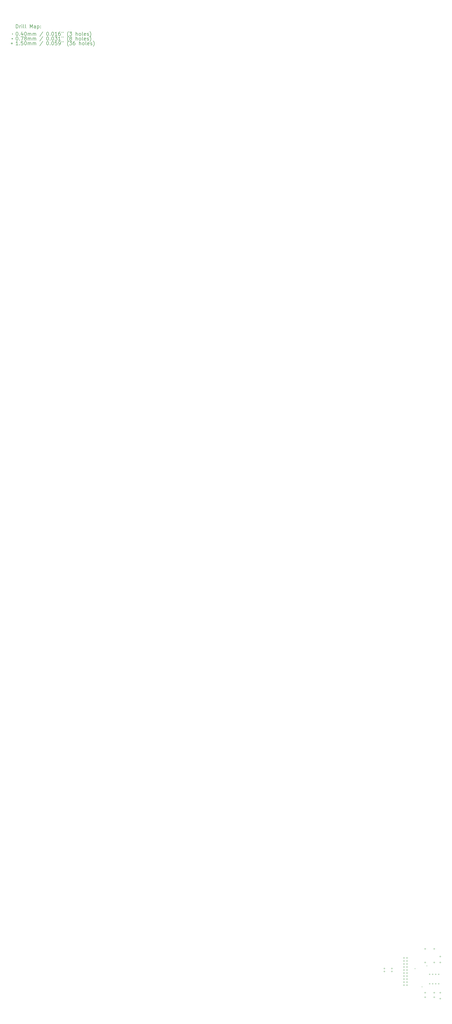
<source format=gbr>
%FSLAX45Y45*%
G04 Gerber Fmt 4.5, Leading zero omitted, Abs format (unit mm)*
G04 Created by KiCad (PCBNEW (5.1.9)-1) date 2021-04-30 18:01:18*
%MOMM*%
%LPD*%
G01*
G04 APERTURE LIST*
%ADD10C,0.200000*%
%ADD11C,0.300000*%
G04 APERTURE END LIST*
D10*
X4211000Y3432300D02*
X4251000Y3392300D01*
X4251000Y3432300D02*
X4211000Y3392300D01*
X4801500Y1908000D02*
X4841500Y1868000D01*
X4841500Y1908000D02*
X4801500Y1868000D01*
X5206500Y3668800D02*
X5246500Y3628800D01*
X5246500Y3668800D02*
X5206500Y3628800D01*
X5500000Y2937000D02*
G75*
G03*
X5500000Y2937000I-39000J0D01*
G01*
X5500000Y2143000D02*
G75*
G03*
X5500000Y2143000I-39000J0D01*
G01*
X5754000Y2937000D02*
G75*
G03*
X5754000Y2937000I-39000J0D01*
G01*
X5754000Y2143000D02*
G75*
G03*
X5754000Y2143000I-39000J0D01*
G01*
X6008000Y2937000D02*
G75*
G03*
X6008000Y2937000I-39000J0D01*
G01*
X6008000Y2143000D02*
G75*
G03*
X6008000Y2143000I-39000J0D01*
G01*
X6262000Y2937000D02*
G75*
G03*
X6262000Y2937000I-39000J0D01*
G01*
X6262000Y2143000D02*
G75*
G03*
X6262000Y2143000I-39000J0D01*
G01*
X1651000Y3504000D02*
X1651000Y3354000D01*
X1576000Y3429000D02*
X1726000Y3429000D01*
X1651000Y3254000D02*
X1651000Y3104000D01*
X1576000Y3179000D02*
X1726000Y3179000D01*
X2286000Y3504000D02*
X2286000Y3354000D01*
X2211000Y3429000D02*
X2361000Y3429000D01*
X2286000Y3254000D02*
X2286000Y3104000D01*
X2211000Y3179000D02*
X2361000Y3179000D01*
X3302000Y4393000D02*
X3302000Y4243000D01*
X3227000Y4318000D02*
X3377000Y4318000D01*
X3302000Y4139000D02*
X3302000Y3989000D01*
X3227000Y4064000D02*
X3377000Y4064000D01*
X3302000Y3885000D02*
X3302000Y3735000D01*
X3227000Y3810000D02*
X3377000Y3810000D01*
X3302000Y3631000D02*
X3302000Y3481000D01*
X3227000Y3556000D02*
X3377000Y3556000D01*
X3302000Y3377000D02*
X3302000Y3227000D01*
X3227000Y3302000D02*
X3377000Y3302000D01*
X3302000Y3123000D02*
X3302000Y2973000D01*
X3227000Y3048000D02*
X3377000Y3048000D01*
X3302000Y2869000D02*
X3302000Y2719000D01*
X3227000Y2794000D02*
X3377000Y2794000D01*
X3302000Y2615000D02*
X3302000Y2465000D01*
X3227000Y2540000D02*
X3377000Y2540000D01*
X3302000Y2361000D02*
X3302000Y2211000D01*
X3227000Y2286000D02*
X3377000Y2286000D01*
X3302000Y2107000D02*
X3302000Y1957000D01*
X3227000Y2032000D02*
X3377000Y2032000D01*
X3556000Y4393000D02*
X3556000Y4243000D01*
X3481000Y4318000D02*
X3631000Y4318000D01*
X3556000Y4139000D02*
X3556000Y3989000D01*
X3481000Y4064000D02*
X3631000Y4064000D01*
X3556000Y3885000D02*
X3556000Y3735000D01*
X3481000Y3810000D02*
X3631000Y3810000D01*
X3556000Y3631000D02*
X3556000Y3481000D01*
X3481000Y3556000D02*
X3631000Y3556000D01*
X3556000Y3377000D02*
X3556000Y3227000D01*
X3481000Y3302000D02*
X3631000Y3302000D01*
X3556000Y3123000D02*
X3556000Y2973000D01*
X3481000Y3048000D02*
X3631000Y3048000D01*
X3556000Y2869000D02*
X3556000Y2719000D01*
X3481000Y2794000D02*
X3631000Y2794000D01*
X3556000Y2615000D02*
X3556000Y2465000D01*
X3481000Y2540000D02*
X3631000Y2540000D01*
X3556000Y2361000D02*
X3556000Y2211000D01*
X3481000Y2286000D02*
X3631000Y2286000D01*
X3556000Y2107000D02*
X3556000Y1957000D01*
X3481000Y2032000D02*
X3631000Y2032000D01*
X5080000Y5155000D02*
X5080000Y5005000D01*
X5005000Y5080000D02*
X5155000Y5080000D01*
X5080000Y4012000D02*
X5080000Y3862000D01*
X5005000Y3937000D02*
X5155000Y3937000D01*
X5080000Y1472000D02*
X5080000Y1322000D01*
X5005000Y1397000D02*
X5155000Y1397000D01*
X5080000Y1091000D02*
X5080000Y941000D01*
X5005000Y1016000D02*
X5155000Y1016000D01*
X5842000Y5155000D02*
X5842000Y5005000D01*
X5767000Y5080000D02*
X5917000Y5080000D01*
X5842000Y4012000D02*
X5842000Y3862000D01*
X5767000Y3937000D02*
X5917000Y3937000D01*
X5842000Y1472000D02*
X5842000Y1322000D01*
X5767000Y1397000D02*
X5917000Y1397000D01*
X5842000Y1091000D02*
X5842000Y941000D01*
X5767000Y1016000D02*
X5917000Y1016000D01*
X6350000Y4512000D02*
X6350000Y4362000D01*
X6275000Y4437000D02*
X6425000Y4437000D01*
X6350000Y4012000D02*
X6350000Y3862000D01*
X6275000Y3937000D02*
X6425000Y3937000D01*
X6350000Y1472000D02*
X6350000Y1322000D01*
X6275000Y1397000D02*
X6425000Y1397000D01*
X6350000Y972000D02*
X6350000Y822000D01*
X6275000Y897000D02*
X6425000Y897000D01*
D11*
X-29304571Y82465286D02*
X-29304571Y82765286D01*
X-29233143Y82765286D01*
X-29190286Y82751000D01*
X-29161714Y82722429D01*
X-29147429Y82693857D01*
X-29133143Y82636714D01*
X-29133143Y82593857D01*
X-29147429Y82536714D01*
X-29161714Y82508143D01*
X-29190286Y82479572D01*
X-29233143Y82465286D01*
X-29304571Y82465286D01*
X-29004571Y82465286D02*
X-29004571Y82665286D01*
X-29004571Y82608143D02*
X-28990286Y82636714D01*
X-28976000Y82651000D01*
X-28947429Y82665286D01*
X-28918857Y82665286D01*
X-28818857Y82465286D02*
X-28818857Y82665286D01*
X-28818857Y82765286D02*
X-28833143Y82751000D01*
X-28818857Y82736714D01*
X-28804571Y82751000D01*
X-28818857Y82765286D01*
X-28818857Y82736714D01*
X-28633143Y82465286D02*
X-28661714Y82479572D01*
X-28676000Y82508143D01*
X-28676000Y82765286D01*
X-28476000Y82465286D02*
X-28504571Y82479572D01*
X-28518857Y82508143D01*
X-28518857Y82765286D01*
X-28133143Y82465286D02*
X-28133143Y82765286D01*
X-28033143Y82551000D01*
X-27933143Y82765286D01*
X-27933143Y82465286D01*
X-27661714Y82465286D02*
X-27661714Y82622429D01*
X-27676000Y82651000D01*
X-27704571Y82665286D01*
X-27761714Y82665286D01*
X-27790286Y82651000D01*
X-27661714Y82479572D02*
X-27690286Y82465286D01*
X-27761714Y82465286D01*
X-27790286Y82479572D01*
X-27804571Y82508143D01*
X-27804571Y82536714D01*
X-27790286Y82565286D01*
X-27761714Y82579572D01*
X-27690286Y82579572D01*
X-27661714Y82593857D01*
X-27518857Y82665286D02*
X-27518857Y82365286D01*
X-27518857Y82651000D02*
X-27490286Y82665286D01*
X-27433143Y82665286D01*
X-27404571Y82651000D01*
X-27390286Y82636714D01*
X-27376000Y82608143D01*
X-27376000Y82522429D01*
X-27390286Y82493857D01*
X-27404571Y82479572D01*
X-27433143Y82465286D01*
X-27490286Y82465286D01*
X-27518857Y82479572D01*
X-27247429Y82493857D02*
X-27233143Y82479572D01*
X-27247429Y82465286D01*
X-27261714Y82479572D01*
X-27247429Y82493857D01*
X-27247429Y82465286D01*
X-27247429Y82651000D02*
X-27233143Y82636714D01*
X-27247429Y82622429D01*
X-27261714Y82636714D01*
X-27247429Y82651000D01*
X-27247429Y82622429D01*
X-29631000Y81991000D02*
X-29591000Y81951000D01*
X-29591000Y81991000D02*
X-29631000Y81951000D01*
X-29247429Y82135286D02*
X-29218857Y82135286D01*
X-29190286Y82121000D01*
X-29176000Y82106714D01*
X-29161714Y82078143D01*
X-29147429Y82021000D01*
X-29147429Y81949572D01*
X-29161714Y81892429D01*
X-29176000Y81863857D01*
X-29190286Y81849572D01*
X-29218857Y81835286D01*
X-29247429Y81835286D01*
X-29276000Y81849572D01*
X-29290286Y81863857D01*
X-29304571Y81892429D01*
X-29318857Y81949572D01*
X-29318857Y82021000D01*
X-29304571Y82078143D01*
X-29290286Y82106714D01*
X-29276000Y82121000D01*
X-29247429Y82135286D01*
X-29018857Y81863857D02*
X-29004571Y81849572D01*
X-29018857Y81835286D01*
X-29033143Y81849572D01*
X-29018857Y81863857D01*
X-29018857Y81835286D01*
X-28747429Y82035286D02*
X-28747429Y81835286D01*
X-28818857Y82149572D02*
X-28890286Y81935286D01*
X-28704571Y81935286D01*
X-28533143Y82135286D02*
X-28504571Y82135286D01*
X-28476000Y82121000D01*
X-28461714Y82106714D01*
X-28447429Y82078143D01*
X-28433143Y82021000D01*
X-28433143Y81949572D01*
X-28447429Y81892429D01*
X-28461714Y81863857D01*
X-28476000Y81849572D01*
X-28504571Y81835286D01*
X-28533143Y81835286D01*
X-28561714Y81849572D01*
X-28576000Y81863857D01*
X-28590286Y81892429D01*
X-28604571Y81949572D01*
X-28604571Y82021000D01*
X-28590286Y82078143D01*
X-28576000Y82106714D01*
X-28561714Y82121000D01*
X-28533143Y82135286D01*
X-28304571Y81835286D02*
X-28304571Y82035286D01*
X-28304571Y82006714D02*
X-28290286Y82021000D01*
X-28261714Y82035286D01*
X-28218857Y82035286D01*
X-28190286Y82021000D01*
X-28176000Y81992429D01*
X-28176000Y81835286D01*
X-28176000Y81992429D02*
X-28161714Y82021000D01*
X-28133143Y82035286D01*
X-28090286Y82035286D01*
X-28061714Y82021000D01*
X-28047429Y81992429D01*
X-28047429Y81835286D01*
X-27904571Y81835286D02*
X-27904571Y82035286D01*
X-27904571Y82006714D02*
X-27890286Y82021000D01*
X-27861714Y82035286D01*
X-27818857Y82035286D01*
X-27790286Y82021000D01*
X-27776000Y81992429D01*
X-27776000Y81835286D01*
X-27776000Y81992429D02*
X-27761714Y82021000D01*
X-27733143Y82035286D01*
X-27690286Y82035286D01*
X-27661714Y82021000D01*
X-27647429Y81992429D01*
X-27647429Y81835286D01*
X-27061714Y82149572D02*
X-27318857Y81763857D01*
X-26676000Y82135286D02*
X-26647429Y82135286D01*
X-26618857Y82121000D01*
X-26604571Y82106714D01*
X-26590286Y82078143D01*
X-26576000Y82021000D01*
X-26576000Y81949572D01*
X-26590286Y81892429D01*
X-26604571Y81863857D01*
X-26618857Y81849572D01*
X-26647429Y81835286D01*
X-26676000Y81835286D01*
X-26704571Y81849572D01*
X-26718857Y81863857D01*
X-26733143Y81892429D01*
X-26747429Y81949572D01*
X-26747429Y82021000D01*
X-26733143Y82078143D01*
X-26718857Y82106714D01*
X-26704571Y82121000D01*
X-26676000Y82135286D01*
X-26447429Y81863857D02*
X-26433143Y81849572D01*
X-26447429Y81835286D01*
X-26461714Y81849572D01*
X-26447429Y81863857D01*
X-26447429Y81835286D01*
X-26247429Y82135286D02*
X-26218857Y82135286D01*
X-26190286Y82121000D01*
X-26176000Y82106714D01*
X-26161714Y82078143D01*
X-26147429Y82021000D01*
X-26147429Y81949572D01*
X-26161714Y81892429D01*
X-26176000Y81863857D01*
X-26190286Y81849572D01*
X-26218857Y81835286D01*
X-26247429Y81835286D01*
X-26276000Y81849572D01*
X-26290286Y81863857D01*
X-26304571Y81892429D01*
X-26318857Y81949572D01*
X-26318857Y82021000D01*
X-26304571Y82078143D01*
X-26290286Y82106714D01*
X-26276000Y82121000D01*
X-26247429Y82135286D01*
X-25861714Y81835286D02*
X-26033143Y81835286D01*
X-25947429Y81835286D02*
X-25947429Y82135286D01*
X-25976000Y82092429D01*
X-26004571Y82063857D01*
X-26033143Y82049572D01*
X-25604571Y82135286D02*
X-25661714Y82135286D01*
X-25690286Y82121000D01*
X-25704571Y82106714D01*
X-25733143Y82063857D01*
X-25747429Y82006714D01*
X-25747429Y81892429D01*
X-25733143Y81863857D01*
X-25718857Y81849572D01*
X-25690286Y81835286D01*
X-25633143Y81835286D01*
X-25604571Y81849572D01*
X-25590286Y81863857D01*
X-25576000Y81892429D01*
X-25576000Y81963857D01*
X-25590286Y81992429D01*
X-25604571Y82006714D01*
X-25633143Y82021000D01*
X-25690286Y82021000D01*
X-25718857Y82006714D01*
X-25733143Y81992429D01*
X-25747429Y81963857D01*
X-25461714Y82135286D02*
X-25461714Y82078143D01*
X-25347429Y82135286D02*
X-25347429Y82078143D01*
X-24904571Y81721000D02*
X-24918857Y81735286D01*
X-24947429Y81778143D01*
X-24961714Y81806714D01*
X-24976000Y81849572D01*
X-24990286Y81921000D01*
X-24990286Y81978143D01*
X-24976000Y82049572D01*
X-24961714Y82092429D01*
X-24947429Y82121000D01*
X-24918857Y82163857D01*
X-24904571Y82178143D01*
X-24818857Y82135286D02*
X-24633143Y82135286D01*
X-24733143Y82021000D01*
X-24690286Y82021000D01*
X-24661714Y82006714D01*
X-24647429Y81992429D01*
X-24633143Y81963857D01*
X-24633143Y81892429D01*
X-24647429Y81863857D01*
X-24661714Y81849572D01*
X-24690286Y81835286D01*
X-24776000Y81835286D01*
X-24804571Y81849572D01*
X-24818857Y81863857D01*
X-24276000Y81835286D02*
X-24276000Y82135286D01*
X-24147429Y81835286D02*
X-24147429Y81992429D01*
X-24161714Y82021000D01*
X-24190286Y82035286D01*
X-24233143Y82035286D01*
X-24261714Y82021000D01*
X-24276000Y82006714D01*
X-23961714Y81835286D02*
X-23990286Y81849572D01*
X-24004571Y81863857D01*
X-24018857Y81892429D01*
X-24018857Y81978143D01*
X-24004571Y82006714D01*
X-23990286Y82021000D01*
X-23961714Y82035286D01*
X-23918857Y82035286D01*
X-23890286Y82021000D01*
X-23876000Y82006714D01*
X-23861714Y81978143D01*
X-23861714Y81892429D01*
X-23876000Y81863857D01*
X-23890286Y81849572D01*
X-23918857Y81835286D01*
X-23961714Y81835286D01*
X-23690286Y81835286D02*
X-23718857Y81849572D01*
X-23733143Y81878143D01*
X-23733143Y82135286D01*
X-23461714Y81849572D02*
X-23490286Y81835286D01*
X-23547429Y81835286D01*
X-23576000Y81849572D01*
X-23590286Y81878143D01*
X-23590286Y81992429D01*
X-23576000Y82021000D01*
X-23547429Y82035286D01*
X-23490286Y82035286D01*
X-23461714Y82021000D01*
X-23447429Y81992429D01*
X-23447429Y81963857D01*
X-23590286Y81935286D01*
X-23333143Y81849572D02*
X-23304571Y81835286D01*
X-23247429Y81835286D01*
X-23218857Y81849572D01*
X-23204571Y81878143D01*
X-23204571Y81892429D01*
X-23218857Y81921000D01*
X-23247429Y81935286D01*
X-23290286Y81935286D01*
X-23318857Y81949572D01*
X-23333143Y81978143D01*
X-23333143Y81992429D01*
X-23318857Y82021000D01*
X-23290286Y82035286D01*
X-23247429Y82035286D01*
X-23218857Y82021000D01*
X-23104571Y81721000D02*
X-23090286Y81735286D01*
X-23061714Y81778143D01*
X-23047429Y81806714D01*
X-23033143Y81849572D01*
X-23018857Y81921000D01*
X-23018857Y81978143D01*
X-23033143Y82049572D01*
X-23047429Y82092429D01*
X-23061714Y82121000D01*
X-23090286Y82163857D01*
X-23104571Y82178143D01*
X-29591000Y81575000D02*
G75*
G03*
X-29591000Y81575000I-39000J0D01*
G01*
X-29247429Y81739286D02*
X-29218857Y81739286D01*
X-29190286Y81725000D01*
X-29176000Y81710714D01*
X-29161714Y81682143D01*
X-29147429Y81625000D01*
X-29147429Y81553572D01*
X-29161714Y81496429D01*
X-29176000Y81467857D01*
X-29190286Y81453572D01*
X-29218857Y81439286D01*
X-29247429Y81439286D01*
X-29276000Y81453572D01*
X-29290286Y81467857D01*
X-29304571Y81496429D01*
X-29318857Y81553572D01*
X-29318857Y81625000D01*
X-29304571Y81682143D01*
X-29290286Y81710714D01*
X-29276000Y81725000D01*
X-29247429Y81739286D01*
X-29018857Y81467857D02*
X-29004571Y81453572D01*
X-29018857Y81439286D01*
X-29033143Y81453572D01*
X-29018857Y81467857D01*
X-29018857Y81439286D01*
X-28904571Y81739286D02*
X-28704571Y81739286D01*
X-28833143Y81439286D01*
X-28547429Y81610714D02*
X-28576000Y81625000D01*
X-28590286Y81639286D01*
X-28604571Y81667857D01*
X-28604571Y81682143D01*
X-28590286Y81710714D01*
X-28576000Y81725000D01*
X-28547429Y81739286D01*
X-28490286Y81739286D01*
X-28461714Y81725000D01*
X-28447429Y81710714D01*
X-28433143Y81682143D01*
X-28433143Y81667857D01*
X-28447429Y81639286D01*
X-28461714Y81625000D01*
X-28490286Y81610714D01*
X-28547429Y81610714D01*
X-28576000Y81596429D01*
X-28590286Y81582143D01*
X-28604571Y81553572D01*
X-28604571Y81496429D01*
X-28590286Y81467857D01*
X-28576000Y81453572D01*
X-28547429Y81439286D01*
X-28490286Y81439286D01*
X-28461714Y81453572D01*
X-28447429Y81467857D01*
X-28433143Y81496429D01*
X-28433143Y81553572D01*
X-28447429Y81582143D01*
X-28461714Y81596429D01*
X-28490286Y81610714D01*
X-28304571Y81439286D02*
X-28304571Y81639286D01*
X-28304571Y81610714D02*
X-28290286Y81625000D01*
X-28261714Y81639286D01*
X-28218857Y81639286D01*
X-28190286Y81625000D01*
X-28176000Y81596429D01*
X-28176000Y81439286D01*
X-28176000Y81596429D02*
X-28161714Y81625000D01*
X-28133143Y81639286D01*
X-28090286Y81639286D01*
X-28061714Y81625000D01*
X-28047429Y81596429D01*
X-28047429Y81439286D01*
X-27904571Y81439286D02*
X-27904571Y81639286D01*
X-27904571Y81610714D02*
X-27890286Y81625000D01*
X-27861714Y81639286D01*
X-27818857Y81639286D01*
X-27790286Y81625000D01*
X-27776000Y81596429D01*
X-27776000Y81439286D01*
X-27776000Y81596429D02*
X-27761714Y81625000D01*
X-27733143Y81639286D01*
X-27690286Y81639286D01*
X-27661714Y81625000D01*
X-27647429Y81596429D01*
X-27647429Y81439286D01*
X-27061714Y81753572D02*
X-27318857Y81367857D01*
X-26676000Y81739286D02*
X-26647429Y81739286D01*
X-26618857Y81725000D01*
X-26604571Y81710714D01*
X-26590286Y81682143D01*
X-26576000Y81625000D01*
X-26576000Y81553572D01*
X-26590286Y81496429D01*
X-26604571Y81467857D01*
X-26618857Y81453572D01*
X-26647429Y81439286D01*
X-26676000Y81439286D01*
X-26704571Y81453572D01*
X-26718857Y81467857D01*
X-26733143Y81496429D01*
X-26747429Y81553572D01*
X-26747429Y81625000D01*
X-26733143Y81682143D01*
X-26718857Y81710714D01*
X-26704571Y81725000D01*
X-26676000Y81739286D01*
X-26447429Y81467857D02*
X-26433143Y81453572D01*
X-26447429Y81439286D01*
X-26461714Y81453572D01*
X-26447429Y81467857D01*
X-26447429Y81439286D01*
X-26247429Y81739286D02*
X-26218857Y81739286D01*
X-26190286Y81725000D01*
X-26176000Y81710714D01*
X-26161714Y81682143D01*
X-26147429Y81625000D01*
X-26147429Y81553572D01*
X-26161714Y81496429D01*
X-26176000Y81467857D01*
X-26190286Y81453572D01*
X-26218857Y81439286D01*
X-26247429Y81439286D01*
X-26276000Y81453572D01*
X-26290286Y81467857D01*
X-26304571Y81496429D01*
X-26318857Y81553572D01*
X-26318857Y81625000D01*
X-26304571Y81682143D01*
X-26290286Y81710714D01*
X-26276000Y81725000D01*
X-26247429Y81739286D01*
X-26047429Y81739286D02*
X-25861714Y81739286D01*
X-25961714Y81625000D01*
X-25918857Y81625000D01*
X-25890286Y81610714D01*
X-25876000Y81596429D01*
X-25861714Y81567857D01*
X-25861714Y81496429D01*
X-25876000Y81467857D01*
X-25890286Y81453572D01*
X-25918857Y81439286D01*
X-26004571Y81439286D01*
X-26033143Y81453572D01*
X-26047429Y81467857D01*
X-25576000Y81439286D02*
X-25747429Y81439286D01*
X-25661714Y81439286D02*
X-25661714Y81739286D01*
X-25690286Y81696429D01*
X-25718857Y81667857D01*
X-25747429Y81653572D01*
X-25461714Y81739286D02*
X-25461714Y81682143D01*
X-25347429Y81739286D02*
X-25347429Y81682143D01*
X-24904571Y81325000D02*
X-24918857Y81339286D01*
X-24947429Y81382143D01*
X-24961714Y81410714D01*
X-24976000Y81453572D01*
X-24990286Y81525000D01*
X-24990286Y81582143D01*
X-24976000Y81653572D01*
X-24961714Y81696429D01*
X-24947429Y81725000D01*
X-24918857Y81767857D01*
X-24904571Y81782143D01*
X-24747429Y81610714D02*
X-24776000Y81625000D01*
X-24790286Y81639286D01*
X-24804571Y81667857D01*
X-24804571Y81682143D01*
X-24790286Y81710714D01*
X-24776000Y81725000D01*
X-24747429Y81739286D01*
X-24690286Y81739286D01*
X-24661714Y81725000D01*
X-24647429Y81710714D01*
X-24633143Y81682143D01*
X-24633143Y81667857D01*
X-24647429Y81639286D01*
X-24661714Y81625000D01*
X-24690286Y81610714D01*
X-24747429Y81610714D01*
X-24776000Y81596429D01*
X-24790286Y81582143D01*
X-24804571Y81553572D01*
X-24804571Y81496429D01*
X-24790286Y81467857D01*
X-24776000Y81453572D01*
X-24747429Y81439286D01*
X-24690286Y81439286D01*
X-24661714Y81453572D01*
X-24647429Y81467857D01*
X-24633143Y81496429D01*
X-24633143Y81553572D01*
X-24647429Y81582143D01*
X-24661714Y81596429D01*
X-24690286Y81610714D01*
X-24276000Y81439286D02*
X-24276000Y81739286D01*
X-24147429Y81439286D02*
X-24147429Y81596429D01*
X-24161714Y81625000D01*
X-24190286Y81639286D01*
X-24233143Y81639286D01*
X-24261714Y81625000D01*
X-24276000Y81610714D01*
X-23961714Y81439286D02*
X-23990286Y81453572D01*
X-24004571Y81467857D01*
X-24018857Y81496429D01*
X-24018857Y81582143D01*
X-24004571Y81610714D01*
X-23990286Y81625000D01*
X-23961714Y81639286D01*
X-23918857Y81639286D01*
X-23890286Y81625000D01*
X-23876000Y81610714D01*
X-23861714Y81582143D01*
X-23861714Y81496429D01*
X-23876000Y81467857D01*
X-23890286Y81453572D01*
X-23918857Y81439286D01*
X-23961714Y81439286D01*
X-23690286Y81439286D02*
X-23718857Y81453572D01*
X-23733143Y81482143D01*
X-23733143Y81739286D01*
X-23461714Y81453572D02*
X-23490286Y81439286D01*
X-23547429Y81439286D01*
X-23576000Y81453572D01*
X-23590286Y81482143D01*
X-23590286Y81596429D01*
X-23576000Y81625000D01*
X-23547429Y81639286D01*
X-23490286Y81639286D01*
X-23461714Y81625000D01*
X-23447429Y81596429D01*
X-23447429Y81567857D01*
X-23590286Y81539286D01*
X-23333143Y81453572D02*
X-23304571Y81439286D01*
X-23247429Y81439286D01*
X-23218857Y81453572D01*
X-23204571Y81482143D01*
X-23204571Y81496429D01*
X-23218857Y81525000D01*
X-23247429Y81539286D01*
X-23290286Y81539286D01*
X-23318857Y81553572D01*
X-23333143Y81582143D01*
X-23333143Y81596429D01*
X-23318857Y81625000D01*
X-23290286Y81639286D01*
X-23247429Y81639286D01*
X-23218857Y81625000D01*
X-23104571Y81325000D02*
X-23090286Y81339286D01*
X-23061714Y81382143D01*
X-23047429Y81410714D01*
X-23033143Y81453572D01*
X-23018857Y81525000D01*
X-23018857Y81582143D01*
X-23033143Y81653572D01*
X-23047429Y81696429D01*
X-23061714Y81725000D01*
X-23090286Y81767857D01*
X-23104571Y81782143D01*
X-29666000Y81254000D02*
X-29666000Y81104000D01*
X-29741000Y81179000D02*
X-29591000Y81179000D01*
X-29147429Y81043286D02*
X-29318857Y81043286D01*
X-29233143Y81043286D02*
X-29233143Y81343286D01*
X-29261714Y81300429D01*
X-29290286Y81271857D01*
X-29318857Y81257572D01*
X-29018857Y81071857D02*
X-29004571Y81057572D01*
X-29018857Y81043286D01*
X-29033143Y81057572D01*
X-29018857Y81071857D01*
X-29018857Y81043286D01*
X-28733143Y81343286D02*
X-28876000Y81343286D01*
X-28890286Y81200429D01*
X-28876000Y81214714D01*
X-28847429Y81229000D01*
X-28776000Y81229000D01*
X-28747429Y81214714D01*
X-28733143Y81200429D01*
X-28718857Y81171857D01*
X-28718857Y81100429D01*
X-28733143Y81071857D01*
X-28747429Y81057572D01*
X-28776000Y81043286D01*
X-28847429Y81043286D01*
X-28876000Y81057572D01*
X-28890286Y81071857D01*
X-28533143Y81343286D02*
X-28504571Y81343286D01*
X-28476000Y81329000D01*
X-28461714Y81314714D01*
X-28447429Y81286143D01*
X-28433143Y81229000D01*
X-28433143Y81157572D01*
X-28447429Y81100429D01*
X-28461714Y81071857D01*
X-28476000Y81057572D01*
X-28504571Y81043286D01*
X-28533143Y81043286D01*
X-28561714Y81057572D01*
X-28576000Y81071857D01*
X-28590286Y81100429D01*
X-28604571Y81157572D01*
X-28604571Y81229000D01*
X-28590286Y81286143D01*
X-28576000Y81314714D01*
X-28561714Y81329000D01*
X-28533143Y81343286D01*
X-28304571Y81043286D02*
X-28304571Y81243286D01*
X-28304571Y81214714D02*
X-28290286Y81229000D01*
X-28261714Y81243286D01*
X-28218857Y81243286D01*
X-28190286Y81229000D01*
X-28176000Y81200429D01*
X-28176000Y81043286D01*
X-28176000Y81200429D02*
X-28161714Y81229000D01*
X-28133143Y81243286D01*
X-28090286Y81243286D01*
X-28061714Y81229000D01*
X-28047429Y81200429D01*
X-28047429Y81043286D01*
X-27904571Y81043286D02*
X-27904571Y81243286D01*
X-27904571Y81214714D02*
X-27890286Y81229000D01*
X-27861714Y81243286D01*
X-27818857Y81243286D01*
X-27790286Y81229000D01*
X-27776000Y81200429D01*
X-27776000Y81043286D01*
X-27776000Y81200429D02*
X-27761714Y81229000D01*
X-27733143Y81243286D01*
X-27690286Y81243286D01*
X-27661714Y81229000D01*
X-27647429Y81200429D01*
X-27647429Y81043286D01*
X-27061714Y81357572D02*
X-27318857Y80971857D01*
X-26676000Y81343286D02*
X-26647429Y81343286D01*
X-26618857Y81329000D01*
X-26604571Y81314714D01*
X-26590286Y81286143D01*
X-26576000Y81229000D01*
X-26576000Y81157572D01*
X-26590286Y81100429D01*
X-26604571Y81071857D01*
X-26618857Y81057572D01*
X-26647429Y81043286D01*
X-26676000Y81043286D01*
X-26704571Y81057572D01*
X-26718857Y81071857D01*
X-26733143Y81100429D01*
X-26747429Y81157572D01*
X-26747429Y81229000D01*
X-26733143Y81286143D01*
X-26718857Y81314714D01*
X-26704571Y81329000D01*
X-26676000Y81343286D01*
X-26447429Y81071857D02*
X-26433143Y81057572D01*
X-26447429Y81043286D01*
X-26461714Y81057572D01*
X-26447429Y81071857D01*
X-26447429Y81043286D01*
X-26247429Y81343286D02*
X-26218857Y81343286D01*
X-26190286Y81329000D01*
X-26176000Y81314714D01*
X-26161714Y81286143D01*
X-26147429Y81229000D01*
X-26147429Y81157572D01*
X-26161714Y81100429D01*
X-26176000Y81071857D01*
X-26190286Y81057572D01*
X-26218857Y81043286D01*
X-26247429Y81043286D01*
X-26276000Y81057572D01*
X-26290286Y81071857D01*
X-26304571Y81100429D01*
X-26318857Y81157572D01*
X-26318857Y81229000D01*
X-26304571Y81286143D01*
X-26290286Y81314714D01*
X-26276000Y81329000D01*
X-26247429Y81343286D01*
X-25876000Y81343286D02*
X-26018857Y81343286D01*
X-26033143Y81200429D01*
X-26018857Y81214714D01*
X-25990286Y81229000D01*
X-25918857Y81229000D01*
X-25890286Y81214714D01*
X-25876000Y81200429D01*
X-25861714Y81171857D01*
X-25861714Y81100429D01*
X-25876000Y81071857D01*
X-25890286Y81057572D01*
X-25918857Y81043286D01*
X-25990286Y81043286D01*
X-26018857Y81057572D01*
X-26033143Y81071857D01*
X-25718857Y81043286D02*
X-25661714Y81043286D01*
X-25633143Y81057572D01*
X-25618857Y81071857D01*
X-25590286Y81114714D01*
X-25576000Y81171857D01*
X-25576000Y81286143D01*
X-25590286Y81314714D01*
X-25604571Y81329000D01*
X-25633143Y81343286D01*
X-25690286Y81343286D01*
X-25718857Y81329000D01*
X-25733143Y81314714D01*
X-25747429Y81286143D01*
X-25747429Y81214714D01*
X-25733143Y81186143D01*
X-25718857Y81171857D01*
X-25690286Y81157572D01*
X-25633143Y81157572D01*
X-25604571Y81171857D01*
X-25590286Y81186143D01*
X-25576000Y81214714D01*
X-25461714Y81343286D02*
X-25461714Y81286143D01*
X-25347429Y81343286D02*
X-25347429Y81286143D01*
X-24904571Y80929000D02*
X-24918857Y80943286D01*
X-24947429Y80986143D01*
X-24961714Y81014714D01*
X-24976000Y81057572D01*
X-24990286Y81129000D01*
X-24990286Y81186143D01*
X-24976000Y81257572D01*
X-24961714Y81300429D01*
X-24947429Y81329000D01*
X-24918857Y81371857D01*
X-24904571Y81386143D01*
X-24818857Y81343286D02*
X-24633143Y81343286D01*
X-24733143Y81229000D01*
X-24690286Y81229000D01*
X-24661714Y81214714D01*
X-24647429Y81200429D01*
X-24633143Y81171857D01*
X-24633143Y81100429D01*
X-24647429Y81071857D01*
X-24661714Y81057572D01*
X-24690286Y81043286D01*
X-24776000Y81043286D01*
X-24804571Y81057572D01*
X-24818857Y81071857D01*
X-24376000Y81343286D02*
X-24433143Y81343286D01*
X-24461714Y81329000D01*
X-24476000Y81314714D01*
X-24504571Y81271857D01*
X-24518857Y81214714D01*
X-24518857Y81100429D01*
X-24504571Y81071857D01*
X-24490286Y81057572D01*
X-24461714Y81043286D01*
X-24404571Y81043286D01*
X-24376000Y81057572D01*
X-24361714Y81071857D01*
X-24347429Y81100429D01*
X-24347429Y81171857D01*
X-24361714Y81200429D01*
X-24376000Y81214714D01*
X-24404571Y81229000D01*
X-24461714Y81229000D01*
X-24490286Y81214714D01*
X-24504571Y81200429D01*
X-24518857Y81171857D01*
X-23990286Y81043286D02*
X-23990286Y81343286D01*
X-23861714Y81043286D02*
X-23861714Y81200429D01*
X-23876000Y81229000D01*
X-23904571Y81243286D01*
X-23947429Y81243286D01*
X-23976000Y81229000D01*
X-23990286Y81214714D01*
X-23676000Y81043286D02*
X-23704571Y81057572D01*
X-23718857Y81071857D01*
X-23733143Y81100429D01*
X-23733143Y81186143D01*
X-23718857Y81214714D01*
X-23704571Y81229000D01*
X-23676000Y81243286D01*
X-23633143Y81243286D01*
X-23604571Y81229000D01*
X-23590286Y81214714D01*
X-23576000Y81186143D01*
X-23576000Y81100429D01*
X-23590286Y81071857D01*
X-23604571Y81057572D01*
X-23633143Y81043286D01*
X-23676000Y81043286D01*
X-23404571Y81043286D02*
X-23433143Y81057572D01*
X-23447429Y81086143D01*
X-23447429Y81343286D01*
X-23176000Y81057572D02*
X-23204571Y81043286D01*
X-23261714Y81043286D01*
X-23290286Y81057572D01*
X-23304571Y81086143D01*
X-23304571Y81200429D01*
X-23290286Y81229000D01*
X-23261714Y81243286D01*
X-23204571Y81243286D01*
X-23176000Y81229000D01*
X-23161714Y81200429D01*
X-23161714Y81171857D01*
X-23304571Y81143286D01*
X-23047429Y81057572D02*
X-23018857Y81043286D01*
X-22961714Y81043286D01*
X-22933143Y81057572D01*
X-22918857Y81086143D01*
X-22918857Y81100429D01*
X-22933143Y81129000D01*
X-22961714Y81143286D01*
X-23004571Y81143286D01*
X-23033143Y81157572D01*
X-23047429Y81186143D01*
X-23047429Y81200429D01*
X-23033143Y81229000D01*
X-23004571Y81243286D01*
X-22961714Y81243286D01*
X-22933143Y81229000D01*
X-22818857Y80929000D02*
X-22804571Y80943286D01*
X-22776000Y80986143D01*
X-22761714Y81014714D01*
X-22747429Y81057572D01*
X-22733143Y81129000D01*
X-22733143Y81186143D01*
X-22747429Y81257572D01*
X-22761714Y81300429D01*
X-22776000Y81329000D01*
X-22804571Y81371857D01*
X-22818857Y81386143D01*
M02*

</source>
